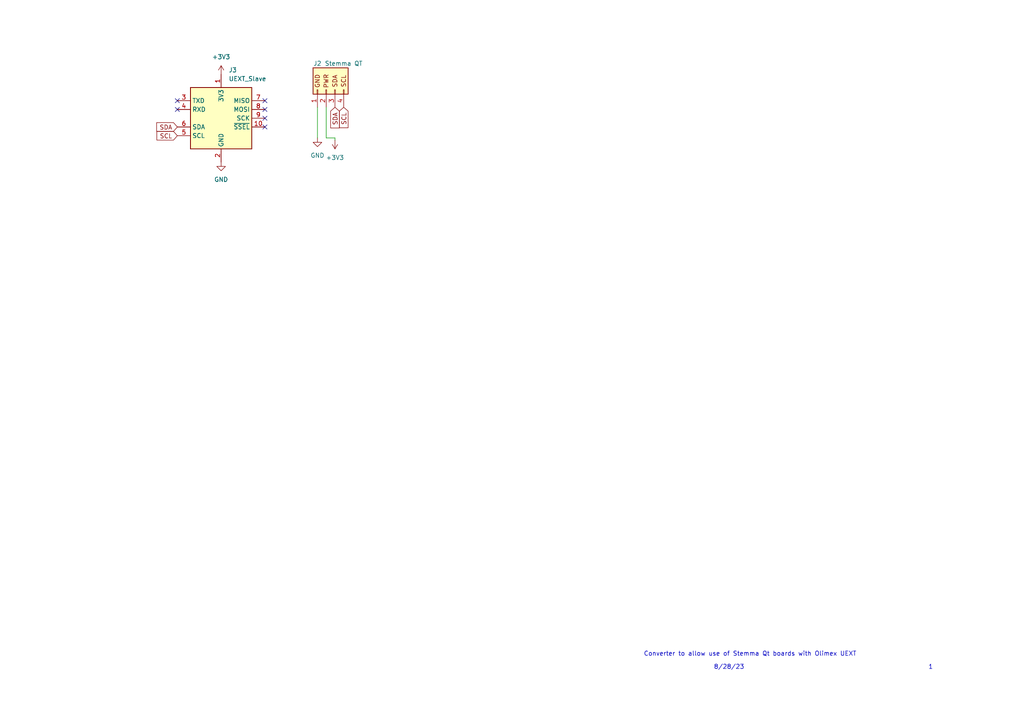
<source format=kicad_sch>
(kicad_sch (version 20230121) (generator eeschema)
  (paper "A4")
  (lib_symbols
    (symbol "BTS_UEXT_STEMMA:Stemma/QT/Qwiic" (pin_names (offset 1.016) hide)
      (property "Reference" "J" (at 0 5.08 0))
      (property "Value" "Stemma_QT_Qwiic" (at 0 -7.62 0))
      (symbol "Stemma/QT/Qwiic_1_1"
        (rectangle (start -1.27 -4.953) (end 0 -5.207) (stroke (width 0.1524)))
        (rectangle (start -1.27 -2.413) (end 0 -2.667) (stroke (width 0.1524)))
        (rectangle (start -1.27 0.127) (end 0 -0.127) (stroke (width 0.1524)))
        (rectangle (start -1.27 2.667) (end 0 2.413) (stroke (width 0.1524)))
        (rectangle (start -1.27 3.81) (end 6.35 -6.35) (stroke (width 0.254)) (fill (type background)))
        (text "GND" (at 2.54 2.54 0) (effects (font (size 1.27 1.27))))
        (text "PWR" (at 2.54 0 0) (effects (font (size 1.27 1.27))))
        (text "SCL" (at 2.54 -5.08 0) (effects (font (size 1.27 1.27))))
        (text "SDA" (at 2.54 -2.54 0) (effects (font (size 1.27 1.27))))
        (pin passive line (at -5.08 2.54 0) (length 3.81) (name "GND") (number "1"))
        (pin passive line (at -5.08 0 0) (length 3.81) (name "V+") (number "2"))
        (pin bidirectional line (at -5.08 -2.54 0) (length 3.81) (name "SDA") (number "3"))
        (pin bidirectional line (at -5.08 -5.08 0) (length 3.81) (name "SCL") (number "4"))
      )
    )
    (symbol "Connector:UEXT_Slave"
      (property "Reference" "J" (at 6.35 10.16 0))
      (property "Value" "UEXT_Slave" (at 6.35 -10.16 0))
      (symbol "UEXT_Slave_1_1"
        (rectangle (start -8.89 8.89) (end 8.89 -8.89) (stroke (width 0.254)) (fill (type background)))
        (pin power_out line (at 0 12.7 270) (length 3.81) (name "3V3") (number "1"))
        (pin input line (at 12.7 -2.54 180) (length 3.81) (name "~{SSEL}") (number "10"))
        (pin power_in line (at 0 -12.7 90) (length 3.81) (name "GND") (number "2"))
        (pin input line (at -12.7 5.08 0) (length 3.81) (name "TXD") (number "3"))
        (pin output line (at -12.7 2.54 0) (length 3.81) (name "RXD") (number "4"))
        (pin input line (at -12.7 -5.08 0) (length 3.81) (name "SCL") (number "5"))
        (pin bidirectional line (at -12.7 -2.54 0) (length 3.81) (name "SDA") (number "6"))
        (pin input line (at 12.7 5.08 180) (length 3.81) (name "MISO") (number "7"))
        (pin output line (at 12.7 2.54 180) (length 3.81) (name "MOSI") (number "8"))
        (pin input line (at 12.7 0 180) (length 3.81) (name "SCK") (number "9"))
      )
    )
    (symbol "power:+3V3" (power) (pin_names (offset 0))
      (property "Value" "+3V3" (at 0 3.556 0))
      (symbol "+3V3_0_1"
        (polyline (pts (xy -0.762 1.27) (xy 0 2.54)))
        (polyline (pts (xy 0 0) (xy 0 2.54)))
        (polyline (pts (xy 0 2.54) (xy 0.762 1.27)))
      )
      (symbol "+3V3_1_1"
        (pin power_in line (at 0 0 90) (length 0) hide (name "+3V3") (number "1"))
      )
    )
    (symbol "power:GND" (power) (pin_names (offset 0))
      (property "Value" "GND" (at 0 -3.81 0))
      (symbol "GND_0_1"
        (polyline (pts (xy 0 0) (xy 0 -1.27) (xy 1.27 -1.27) (xy 0 -2.54) (xy -1.27 -1.27) (xy 0 -1.27)))
      )
      (symbol "GND_1_1"
        (pin power_in line (at 0 0 270) (length 0) hide (name "GND") (number "1"))
      )
    )
  )
  (no_connect (at 76.835 36.83))
  (no_connect (at 76.835 29.21))
  (no_connect (at 51.435 29.21))
  (no_connect (at 76.835 31.75))
  (no_connect (at 51.435 31.75))
  (no_connect (at 76.835 34.29))
  (wire (pts (xy 92.075 31.115) (xy 92.075 40.005)))
  (wire (pts (xy 94.615 31.115) (xy 94.615 40.005)))
  (wire (pts (xy 94.615 40.005) (xy 97.155 40.005)))
  (wire (pts (xy 97.155 40.005) (xy 97.155 40.64)))
  (text "1" (at 269.24 194.31 0) (effects (font (size 1.27 1.27)) (justify left bottom)))
  (text "Converter to allow use of Stemma Qt boards with Olimex UEXT" (at 186.69 190.5 0) (effects (font (size 1.27 1.27)) (justify left bottom)))
  (text "8/28/23\n" (at 207.01 194.31 0) (effects (font (size 1.27 1.27)) (justify left bottom)))
  (global_label "SDA" (shape input) (at 97.155 31.115 270) (property "Intersheetrefs" "${INTERSHEET_REFS}" (effects hide)))
  (global_label "SCL" (shape input) (at 51.435 39.37 180) (property "Intersheetrefs" "${INTERSHEET_REFS}" (effects hide)))
  (global_label "SCL" (shape input) (at 99.695 31.115 270) (property "Intersheetrefs" "${INTERSHEET_REFS}" (effects hide)))
  (global_label "SDA" (shape input) (at 51.435 36.83 180) (property "Intersheetrefs" "${INTERSHEET_REFS}" (effects hide)))
  (symbol (lib_id "BTS_UEXT_STEMMA:Stemma/QT/Qwiic") (at 94.615 26.035 90) (unit 1)
    (property "Reference" "J2" (at 92.075 18.415 90))
    (property "Value" "Stemma QT" (at 99.695 18.415 90))
    (property "Footprint" "Connector_JST:JST_SH_SM04B-SRSS-TB_1x04-1MP_P1.00mm_Horizontal" (effects hide))
    (property "LCSC" "C160404" (effects hide))
  )
  (symbol (lib_id "Connector:UEXT_Slave") (at 64.135 34.29 0) (unit 1)
    (property "Reference" "J3" (at 66.3291 20.32 0) (effects (justify left)))
    (property "Value" "UEXT_Slave" (at 66.3291 22.86 0) (effects (justify left)))
    (property "Footprint" "Connector_PinHeader_2.54mm:PinHeader_2x05_P2.54mm_Vertical" (effects hide))
    (property "Datasheet" "https://www.olimex.com/Products/Modules/UEXT/resources/UEXT_rev_B.pdf" (effects hide))
    (property "LCSC" "C92270" (effects hide))
  )
  (symbol (lib_id "power:+3V3") (at 97.155 40.64 180) (unit 1)
    (property "Reference" "#PWR02" (effects hide))
    (property "Value" "+3V3" (at 97.155 45.72 0))
  )
  (symbol (lib_id "power:+3V3") (at 64.135 21.59 0) (unit 1)
    (property "Reference" "#PWR05" (effects hide))
    (property "Value" "+3V3" (at 64.135 16.51 0))
  )
  (symbol (lib_id "power:GND") (at 92.075 40.005 0) (unit 1)
    (property "Reference" "#PWR01" (effects hide))
    (property "Value" "GND" (at 92.075 45.085 0))
  )
  (symbol (lib_id "power:GND") (at 64.135 46.99 0) (unit 1)
    (property "Reference" "#PWR04" (effects hide))
    (property "Value" "GND" (at 64.135 52.07 0))
  )
)
</source>
